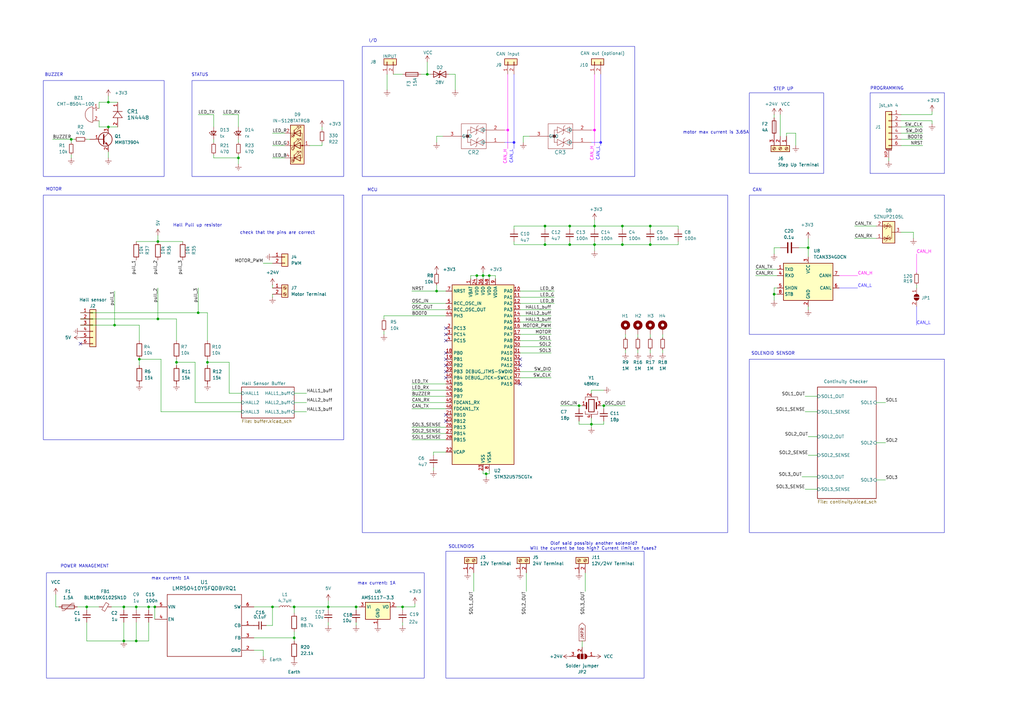
<source format=kicad_sch>
(kicad_sch (version 20231120) (generator "eeschema") (generator_version "8.0")
  (paper "A3")
  (junction (at 266.7 92.71))
  (junction (at 246.38 58.42) (color 47 31 255 1))
  (junction (at 179.07 119.38))
  (junction (at 237.49 166.37))
  (junction (at 55.88 262.89))
  (junction (at 72.39 148.59))
  (junction (at 208.28 53.34) (color 255 25 255 1))
  (junction (at 165.1 248.92))
  (junction (at 210.82 58.42) (color 39 24 255 1))
  (junction (at 243.84 100.33))
  (junction (at 233.68 92.71))
  (junction (at 35.56 248.92))
  (junction (at 44.45 41.91))
  (junction (at 97.79 64.77))
  (junction (at 81.28 128.27))
  (junction (at 120.65 261.62))
  (junction (at 255.27 100.33))
  (junction (at 64.77 99.06))
  (junction (at 266.7 100.33))
  (junction (at 223.52 100.33))
  (junction (at 242.57 173.99))
  (junction (at 120.65 248.92))
  (junction (at 134.62 248.92))
  (junction (at 175.26 30.48))
  (junction (at 223.52 92.71))
  (junction (at 243.84 92.71))
  (junction (at 243.84 53.34) (color 255 3 242 1))
  (junction (at 233.68 100.33))
  (junction (at 195.58 113.03))
  (junction (at 200.66 113.03))
  (junction (at 29.21 57.15))
  (junction (at 55.88 248.92))
  (junction (at 317.5 120.65))
  (junction (at 63.5 248.92))
  (junction (at 146.05 248.92))
  (junction (at 331.47 101.6))
  (junction (at 57.15 147.32))
  (junction (at 60.96 248.92))
  (junction (at 247.65 166.37))
  (junction (at 111.76 248.92))
  (junction (at 44.45 52.07))
  (junction (at 199.39 194.31))
  (junction (at 198.12 113.03))
  (junction (at 46.99 133.35))
  (junction (at 50.8 262.89))
  (junction (at 50.8 248.92))
  (junction (at 64.77 130.81))
  (junction (at 255.27 92.71))
  (junction (at 85.09 148.59))
  (no_connect (at 182.88 139.7))
  (no_connect (at 213.36 157.48))
  (no_connect (at 213.36 149.86))
  (no_connect (at 182.88 152.4))
  (no_connect (at 182.88 137.16))
  (no_connect (at 182.88 149.86))
  (no_connect (at 213.36 147.32))
  (no_connect (at 182.88 170.18))
  (no_connect (at 182.88 134.62))
  (no_connect (at 182.88 154.94))
  (no_connect (at 182.88 147.32))
  (no_connect (at 182.88 144.78))
  (no_connect (at 33.02 140.97))
  (no_connect (at 182.88 172.72))
  (wire (pts (xy 199.39 194.31) (xy 200.66 194.31)))
  (wire (pts (xy 162.56 248.92) (xy 165.1 248.92)))
  (wire (pts (xy 35.56 57.15) (xy 36.83 57.15)))
  (wire (pts (xy 210.82 93.98) (xy 210.82 92.71)))
  (wire (pts (xy 87.63 57.15) (xy 87.63 58.42)))
  (wire (pts (xy 193.04 114.3) (xy 193.04 113.03)))
  (wire (pts (xy 107.95 266.7) (xy 104.14 266.7)))
  (wire (pts (xy 57.15 147.32) (xy 66.04 147.32)))
  (wire (pts (xy 168.91 180.34) (xy 182.88 180.34)))
  (wire (pts (xy 327.66 101.6) (xy 331.47 101.6)))
  (wire (pts (xy 64.77 118.11) (xy 64.77 130.81)))
  (wire (pts (xy 168.91 177.8) (xy 182.88 177.8)))
  (wire (pts (xy 93.98 161.29) (xy 99.06 161.29)))
  (wire (pts (xy 64.77 130.81) (xy 72.39 130.81)))
  (wire (pts (xy 198.12 194.31) (xy 199.39 194.31)))
  (wire (pts (xy 227.33 124.46) (xy 213.36 124.46)))
  (wire (pts (xy 226.06 127) (xy 213.36 127)))
  (wire (pts (xy 213.36 152.4) (xy 226.06 152.4)))
  (wire (pts (xy 382.27 49.53) (xy 382.27 50.8)))
  (wire (pts (xy 246.38 58.42) (xy 246.38 59.69)) (stroke (width 0) (color 47 31 255 1)))
  (wire (pts (xy 165.1 255.27) (xy 165.1 256.54)))
  (wire (pts (xy 157.48 135.89) (xy 157.48 137.16)))
  (wire (pts (xy 256.54 137.16) (xy 256.54 138.43)))
  (wire (pts (xy 104.14 248.92) (xy 111.76 248.92)))
  (wire (pts (xy 40.64 52.07) (xy 40.64 49.53)))
  (wire (pts (xy 194.31 234.95) (xy 194.31 242.57)))
  (wire (pts (xy 74.93 99.06) (xy 64.77 99.06)))
  (wire (pts (xy 72.39 130.81) (xy 72.39 139.7)))
  (wire (pts (xy 322.58 54.61) (xy 326.39 54.61)))
  (wire (pts (xy 168.91 165.1) (xy 182.88 165.1)))
  (wire (pts (xy 87.63 46.99) (xy 81.28 46.99)))
  (wire (pts (xy 193.04 113.03) (xy 195.58 113.03)))
  (wire (pts (xy 46.99 119.38) (xy 46.99 133.35)))
  (wire (pts (xy 213.36 119.38) (xy 227.33 119.38)))
  (wire (pts (xy 44.45 41.91) (xy 48.26 41.91)))
  (polyline (pts (xy 356.87 38.1) (xy 387.35 38.1)))
  (wire (pts (xy 243.84 100.33) (xy 255.27 100.33)))
  (wire (pts (xy 44.45 62.23) (xy 44.45 64.77)))
  (wire (pts (xy 175.26 25.4) (xy 175.26 30.48)))
  (wire (pts (xy 237.49 172.72) (xy 237.49 173.99)))
  (wire (pts (xy 57.15 147.32) (xy 57.15 149.86)))
  (wire (pts (xy 179.07 116.84) (xy 179.07 119.38)))
  (wire (pts (xy 81.28 118.11) (xy 81.28 128.27)))
  (wire (pts (xy 331.47 179.07) (xy 335.28 179.07)))
  (wire (pts (xy 146.05 255.27) (xy 146.05 256.54)))
  (wire (pts (xy 168.91 167.64) (xy 182.88 167.64)))
  (wire (pts (xy 120.65 248.92) (xy 134.62 248.92)))
  (wire (pts (xy 50.8 248.92) (xy 50.8 250.19)))
  (wire (pts (xy 369.57 46.99) (xy 382.27 46.99)))
  (wire (pts (xy 328.93 195.58) (xy 335.28 195.58)))
  (wire (pts (xy 255.27 100.33) (xy 255.27 99.06)))
  (wire (pts (xy 242.57 161.29) (xy 242.57 160.02)))
  (wire (pts (xy 233.68 92.71) (xy 243.84 92.71)))
  (wire (pts (xy 198.12 113.03) (xy 200.66 113.03)))
  (wire (pts (xy 266.7 143.51) (xy 266.7 144.78)))
  (wire (pts (xy 233.68 93.98) (xy 233.68 92.71)))
  (wire (pts (xy 266.7 100.33) (xy 266.7 99.06)))
  (wire (pts (xy 93.98 161.29) (xy 93.98 148.59)))
  (wire (pts (xy 111.76 59.69) (xy 116.84 59.69)))
  (wire (pts (xy 243.84 90.17) (xy 243.84 92.71)))
  (wire (pts (xy 208.28 53.34) (xy 208.28 30.48)) (stroke (width 0) (color 255 3 242 1)))
  (wire (pts (xy 242.57 160.02) (xy 247.65 160.02)))
  (wire (pts (xy 320.04 46.99) (xy 320.04 55.88)))
  (wire (pts (xy 72.39 147.32) (xy 72.39 148.59)))
  (wire (pts (xy 223.52 92.71) (xy 233.68 92.71)))
  (wire (pts (xy 72.39 148.59) (xy 80.01 148.59)))
  (wire (pts (xy 60.96 248.92) (xy 63.5 248.92)))
  (wire (pts (xy 85.09 148.59) (xy 93.98 148.59)))
  (wire (pts (xy 226.06 137.16) (xy 213.36 137.16)))
  (wire (pts (xy 165.1 30.48) (xy 161.29 30.48)))
  (wire (pts (xy 120.65 259.08) (xy 120.65 261.62)))
  (wire (pts (xy 317.5 104.14) (xy 317.5 101.6)))
  (wire (pts (xy 256.54 143.51) (xy 256.54 144.78)))
  (wire (pts (xy 309.88 113.03) (xy 318.77 113.03)))
  (wire (pts (xy 35.56 248.92) (xy 35.56 250.19)))
  (wire (pts (xy 97.79 64.77) (xy 97.79 67.31)))
  (wire (pts (xy 168.91 175.26) (xy 182.88 175.26)))
  (wire (pts (xy 243.84 93.98) (xy 243.84 92.71)))
  (wire (pts (xy 278.13 100.33) (xy 266.7 100.33)))
  (wire (pts (xy 80.01 165.1) (xy 99.06 165.1)))
  (wire (pts (xy 242.57 171.45) (xy 242.57 173.99)))
  (wire (pts (xy 213.36 154.94) (xy 226.06 154.94)))
  (wire (pts (xy 85.09 148.59) (xy 85.09 149.86)))
  (wire (pts (xy 60.96 248.92) (xy 60.96 250.19)))
  (wire (pts (xy 223.52 100.33) (xy 233.68 100.33)))
  (wire (pts (xy 177.8 185.42) (xy 177.8 186.69)))
  (wire (pts (xy 87.63 64.77) (xy 97.79 64.77)))
  (wire (pts (xy 40.64 41.91) (xy 44.45 41.91)))
  (wire (pts (xy 237.49 167.64) (xy 237.49 166.37)))
  (wire (pts (xy 168.91 119.38) (xy 179.07 119.38)))
  (wire (pts (xy 242.57 173.99) (xy 247.65 173.99)))
  (wire (pts (xy 317.5 46.99) (xy 317.5 48.26)))
  (wire (pts (xy 309.88 110.49) (xy 318.77 110.49)))
  (wire (pts (xy 266.7 92.71) (xy 266.7 93.98)))
  (wire (pts (xy 168.91 124.46) (xy 182.88 124.46)))
  (wire (pts (xy 165.1 250.19) (xy 165.1 248.92)))
  (wire (pts (xy 210.82 99.06) (xy 210.82 100.33)))
  (wire (pts (xy 177.8 191.77) (xy 177.8 193.04)))
  (wire (pts (xy 266.7 100.33) (xy 255.27 100.33)))
  (wire (pts (xy 50.8 262.89) (xy 55.88 262.89)))
  (wire (pts (xy 31.75 248.92) (xy 35.56 248.92)))
  (wire (pts (xy 179.07 55.88) (xy 181.61 55.88)))
  (wire (pts (xy 97.79 52.07) (xy 97.79 46.99)))
  (wire (pts (xy 168.91 157.48) (xy 182.88 157.48)))
  (wire (pts (xy 85.09 128.27) (xy 85.09 139.7)))
  (wire (pts (xy 210.82 60.96) (xy 210.82 58.42)) (stroke (width 0) (color 47 31 255 1)))
  (wire (pts (xy 200.66 113.03) (xy 200.66 114.3)))
  (wire (pts (xy 318.77 118.11) (xy 317.5 118.11)))
  (wire (pts (xy 60.96 255.27) (xy 60.96 262.89)))
  (wire (pts (xy 33.02 128.27) (xy 81.28 128.27)))
  (wire (pts (xy 331.47 125.73) (xy 331.47 127)))
  (wire (pts (xy 344.17 113.03) (xy 351.79 113.03)) (stroke (width 0) (color 255 3 242 1)))
  (wire (pts (xy 369.57 95.25) (xy 374.65 95.25)))
  (wire (pts (xy 172.72 30.48) (xy 175.26 30.48)))
  (wire (pts (xy 369.57 57.15) (xy 378.46 57.15)))
  (wire (pts (xy 374.65 95.25) (xy 374.65 97.79)))
  (wire (pts (xy 24.13 248.92) (xy 22.86 248.92)))
  (wire (pts (xy 226.06 134.62) (xy 213.36 134.62)))
  (wire (pts (xy 55.88 255.27) (xy 55.88 262.89)))
  (wire (pts (xy 120.65 168.91) (xy 125.73 168.91)))
  (wire (pts (xy 322.58 54.61) (xy 322.58 55.88)))
  (wire (pts (xy 40.64 44.45) (xy 40.64 41.91)))
  (wire (pts (xy 195.58 113.03) (xy 195.58 114.3)))
  (wire (pts (xy 350.52 97.79) (xy 359.41 97.79)))
  (wire (pts (xy 247.65 166.37) (xy 256.54 166.37)))
  (wire (pts (xy 72.39 148.59) (xy 72.39 149.86)))
  (wire (pts (xy 278.13 99.06) (xy 278.13 100.33)))
  (wire (pts (xy 330.2 200.66) (xy 335.28 200.66)))
  (wire (pts (xy 198.12 113.03) (xy 198.12 114.3)))
  (wire (pts (xy 271.78 143.51) (xy 271.78 144.78)))
  (wire (pts (xy 57.15 133.35) (xy 57.15 139.7)))
  (wire (pts (xy 247.65 167.64) (xy 247.65 166.37)))
  (wire (pts (xy 134.62 255.27) (xy 134.62 256.54)))
  (wire (pts (xy 55.88 248.92) (xy 60.96 248.92)))
  (wire (pts (xy 199.39 194.31) (xy 199.39 195.58)))
  (wire (pts (xy 182.88 185.42) (xy 177.8 185.42)))
  (wire (pts (xy 242.57 173.99) (xy 242.57 175.26)))
  (wire (pts (xy 165.1 248.92) (xy 170.18 248.92)))
  (wire (pts (xy 363.22 181.61) (xy 359.41 181.61)))
  (wire (pts (xy 120.65 161.29) (xy 125.73 161.29)))
  (wire (pts (xy 29.21 57.15) (xy 29.21 58.42)))
  (wire (pts (xy 238.76 265.43) (xy 238.76 262.89)))
  (wire (pts (xy 85.09 147.32) (xy 85.09 148.59)))
  (wire (pts (xy 21.59 57.15) (xy 29.21 57.15)))
  (wire (pts (xy 44.45 39.37) (xy 44.45 41.91)))
  (wire (pts (xy 226.06 144.78) (xy 213.36 144.78)))
  (wire (pts (xy 168.91 162.56) (xy 182.88 162.56)))
  (wire (pts (xy 344.17 118.11) (xy 351.79 118.11)) (stroke (width 0) (color 47 31 255 1)))
  (wire (pts (xy 317.5 101.6) (xy 320.04 101.6)))
  (wire (pts (xy 55.88 262.89) (xy 60.96 262.89)))
  (wire (pts (xy 111.76 116.84) (xy 111.76 118.11)))
  (wire (pts (xy 317.5 118.11) (xy 317.5 120.65)))
  (wire (pts (xy 198.12 193.04) (xy 198.12 194.31)))
  (wire (pts (xy 261.62 143.51) (xy 261.62 144.78)))
  (wire (pts (xy 363.22 165.1) (xy 359.41 165.1)))
  (wire (pts (xy 364.49 64.77) (xy 364.49 66.04)))
  (wire (pts (xy 157.48 129.54) (xy 182.88 129.54)))
  (wire (pts (xy 242.57 53.34) (xy 243.84 53.34)) (stroke (width 0) (color 255 3 242 1)))
  (wire (pts (xy 317.5 120.65) (xy 317.5 123.19)))
  (wire (pts (xy 369.57 49.53) (xy 382.27 49.53)))
  (polyline (pts (xy 387.35 71.12) (xy 356.87 71.12)))
  (wire (pts (xy 227.33 121.92) (xy 213.36 121.92)))
  (wire (pts (xy 214.63 58.42) (xy 214.63 55.88)))
  (wire (pts (xy 64.77 96.52) (xy 64.77 99.06)))
  (wire (pts (xy 255.27 92.71) (xy 266.7 92.71)))
  (wire (pts (xy 195.58 113.03) (xy 198.12 113.03)))
  (wire (pts (xy 35.56 248.92) (xy 40.64 248.92)))
  (wire (pts (xy 158.75 30.48) (xy 158.75 36.83)))
  (wire (pts (xy 210.82 92.71) (xy 223.52 92.71)))
  (wire (pts (xy 120.65 262.89) (xy 120.65 261.62)))
  (wire (pts (xy 229.87 166.37) (xy 237.49 166.37)))
  (wire (pts (xy 111.76 256.54) (xy 111.76 248.92)))
  (wire (pts (xy 242.57 58.42) (xy 246.38 58.42)) (stroke (width 0) (color 47 31 255 1)))
  (wire (pts (xy 157.48 129.54) (xy 157.48 130.81)))
  (wire (pts (xy 207.01 58.42) (xy 210.82 58.42)) (stroke (width 0) (color 47 31 255 1)))
  (wire (pts (xy 48.26 52.07) (xy 44.45 52.07)))
  (wire (pts (xy 134.62 250.19) (xy 134.62 248.92)))
  (wire (pts (xy 119.38 248.92) (xy 120.65 248.92)))
  (wire (pts (xy 233.68 100.33) (xy 243.84 100.33)))
  (wire (pts (xy 132.08 58.42) (xy 132.08 59.69)))
  (wire (pts (xy 266.7 92.71) (xy 278.13 92.71)))
  (wire (pts (xy 50.8 248.92) (xy 55.88 248.92)))
  (wire (pts (xy 243.84 30.48) (xy 243.84 53.34)) (stroke (width 0) (color 255 3 242 1)))
  (wire (pts (xy 243.84 92.71) (xy 255.27 92.71)))
  (wire (pts (xy 278.13 92.71) (xy 278.13 93.98)))
  (wire (pts (xy 237.49 166.37) (xy 238.76 166.37)))
  (wire (pts (xy 331.47 101.6) (xy 331.47 105.41)))
  (wire (pts (xy 246.38 166.37) (xy 247.65 166.37)))
  (wire (pts (xy 29.21 63.5) (xy 29.21 64.77)))
  (wire (pts (xy 64.77 99.06) (xy 55.88 99.06)))
  (polyline (pts (xy 356.87 38.1) (xy 356.87 71.12)))
  (wire (pts (xy 375.92 133.35) (xy 375.92 125.73)) (stroke (width 0) (color 47 31 255 1)))
  (wire (pts (xy 120.65 165.1) (xy 125.73 165.1)))
  (wire (pts (xy 179.07 58.42) (xy 179.07 55.88)))
  (wire (pts (xy 198.12 111.76) (xy 198.12 113.03)))
  (wire (pts (xy 168.91 160.02) (xy 182.88 160.02)))
  (wire (pts (xy 66.04 147.32) (xy 66.04 168.91)))
  (wire (pts (xy 29.21 57.15) (xy 30.48 57.15)))
  (wire (pts (xy 111.76 64.77) (xy 116.84 64.77)))
  (wire (pts (xy 215.9 234.95) (xy 215.9 242.57)))
  (wire (pts (xy 55.88 248.92) (xy 55.88 250.19)))
  (wire (pts (xy 369.57 54.61) (xy 378.46 54.61)))
  (wire (pts (xy 330.2 162.56) (xy 335.28 162.56)))
  (wire (pts (xy 107.95 269.24) (xy 107.95 266.7)))
  (wire (pts (xy 147.32 248.92) (xy 146.05 248.92)))
  (wire (pts (xy 210.82 30.48) (xy 210.82 58.42)) (stroke (width 0) (color 47 31 255 1)))
  (wire (pts (xy 247.65 173.99) (xy 247.65 172.72)))
  (wire (pts (xy 243.84 100.33) (xy 243.84 99.06)))
  (wire (pts (xy 81.28 128.27) (xy 85.09 128.27)))
  (wire (pts (xy 330.2 168.91) (xy 335.28 168.91)))
  (wire (pts (xy 179.07 119.38) (xy 182.88 119.38)))
  (wire (pts (xy 369.57 52.07) (xy 378.46 52.07)))
  (wire (pts (xy 369.57 59.69) (xy 378.46 59.69)))
  (wire (pts (xy 246.38 30.48) (xy 246.38 58.42)) (stroke (width 0) (color 47 31 255 1)))
  (wire (pts (xy 208.28 60.96) (xy 208.28 53.34)) (stroke (width 0) (color 255 3 242 1)))
  (wire (pts (xy 326.39 54.61) (xy 326.39 59.69)))
  (wire (pts (xy 255.27 92.71) (xy 255.27 93.98)))
  (wire (pts (xy 97.79 46.99) (xy 91.44 46.99)))
  (wire (pts (xy 63.5 254) (xy 63.5 248.92)))
  (wire (pts (xy 134.62 248.92) (xy 146.05 248.92)))
  (wire (pts (xy 170.18 248.92) (xy 170.18 247.65)))
  (wire (pts (xy 186.69 30.48) (xy 184.15 30.48)))
  (wire (pts (xy 223.52 92.71) (xy 223.52 93.98)))
  (wire (pts (xy 271.78 137.16) (xy 271.78 138.43)))
  (wire (pts (xy 266.7 137.16) (xy 266.7 138.43)))
  (wire (pts (xy 200.66 193.04) (xy 200.66 194.31)))
  (wire (pts (xy 33.02 133.35) (xy 46.99 133.35)))
  (wire (pts (xy 214.63 55.88) (xy 217.17 55.88)))
  (wire (pts (xy 331.47 97.79) (xy 331.47 101.6)))
  (wire (pts (xy 40.64 52.07) (xy 44.45 52.07)))
  (wire (pts (xy 134.62 246.38) (xy 134.62 248.92)))
  (wire (pts (xy 33.02 130.81) (xy 64.77 130.81)))
  (wire (pts (xy 66.04 168.91) (xy 99.06 168.91)))
  (wire (pts (xy 168.91 127) (xy 182.88 127)))
  (wire (pts (xy 46.99 133.35) (xy 57.15 133.35)))
  (wire (pts (xy 243.84 100.33) (xy 243.84 102.87)))
  (wire (pts (xy 35.56 262.89) (xy 50.8 262.89)))
  (polyline (pts (xy 387.35 38.1) (xy 387.35 71.12)))
  (wire (pts (xy 207.01 53.34) (xy 208.28 53.34)) (stroke (width 0) (color 255 3 242 1)))
  (wire (pts (xy 375.92 116.84) (xy 375.92 118.11)))
  (wire (pts (xy 97.79 64.77) (xy 97.79 63.5)))
  (wire (pts (xy 104.14 261.62) (xy 120.65 261.62)))
  (wire (pts (xy 243.84 53.34) (xy 243.84 59.69)) (stroke (width 0) (color 255 3 242 1)))
  (wire (pts (xy 109.22 256.54) (xy 111.76 256.54)))
  (wire (pts (xy 87.63 63.5) (xy 87.63 64.77)))
  (wire (pts (xy 226.06 139.7) (xy 213.36 139.7)))
  (wire (pts (xy 87.63 52.07) (xy 87.63 46.99)))
  (wire (pts (xy 186.69 36.83) (xy 186.69 30.48)))
  (wire (pts (xy 223.52 99.06) (xy 223.52 100.33)))
  (wire (pts (xy 233.68 100.33) (xy 233.68 99.06)))
  (wire (pts (xy 226.06 129.54) (xy 213.36 129.54)))
  (wire (pts (xy 80.01 148.59) (xy 80.01 165.1)))
  (wire (pts (xy 203.2 113.03) (xy 203.2 114.3)))
  (wire (pts (xy 317.5 120.65) (xy 318.77 120.65)))
  (wire (pts (xy 22.86 248.92) (xy 22.86 243.84)))
  (wire (pts (xy 200.66 113.03) (xy 203.2 113.03)))
  (wire (pts (xy 45.72 248.92) (xy 50.8 248.92)))
  (wire (pts (xy 127 59.69) (xy 132.08 59.69)))
  (wire (pts (xy 50.8 255.27) (xy 50.8 262.89)))
  (wire (pts (xy 363.22 196.85) (xy 359.41 196.85)))
  (wire (pts (xy 35.56 255.27) (xy 35.56 262.89)))
  (wire (pts (xy 331.47 186.69) (xy 335.28 186.69)))
  (wire (pts (xy 132.08 52.07) (xy 132.08 53.34)))
  (wire (pts (xy 226.06 142.24) (xy 213.36 142.24)))
  (wire (pts (xy 97.79 57.15) (xy 97.79 58.42)))
  (wire (pts (xy 237.49 173.99) (xy 242.57 173.99)))
  (wire (pts (xy 226.06 132.08) (xy 213.36 132.08)))
  (wire (pts (xy 382.27 45.72) (xy 382.27 46.99)))
  (wire (pts (xy 210.82 100.33) (xy 223.52 100.33)))
  (wire (pts (xy 175.26 30.48) (xy 176.53 30.48)))
  (wire (pts (xy 146.05 250.19) (xy 146.05 248.92)))
  (wire (pts (xy 107.95 107.95) (xy 111.76 107.95)))
  (wire (pts (xy 111.76 54.61) (xy 116.84 54.61)))
  (wire (pts (xy 261.62 137.16) (xy 261.62 138.43)))
  (wire (pts (xy 350.52 92.71) (xy 359.41 92.71)))
  (wire (pts (xy 111.76 121.92) (xy 111.76 120.65)))
  (wire (pts (xy 375.92 111.76) (xy 375.92 104.14)) (stroke (width 0) (color 255 3 242 1)))
  (wire (pts (xy 120.65 251.46) (xy 120.65 248.92)))
  (wire (pts (xy 240.03 234.95) (xy 240.03 242.57)))
  (wire (pts (xy 111.76 248.92) (xy 114.3 248.92)))
  (rectangle (start 19.05 234.95) (end 173.99 278.13))
  (rectangle (start 307.34 147.32) (end 387.35 218.44))
  (rectangle (start 17.78 33.02) (end 67.31 72.39))
  (rectangle (start 148.59 19.05) (end 260.35 72.39))
  (rectangle (start 182.88 226.06) (end 264.16 278.13))
  (rectangle (start 307.34 80.01) (end 387.35 137.16))
  (rectangle (start 78.74 33.02) (end 140.97 72.39))
  (rectangle (start 307.34 38.1) (end 337.82 71.12))
  (rectangle (start 17.78 80.01) (end 140.97 180.34))
  (rectangle (start 148.59 80.01) (end 298.45 218.44))
  (text "SOLENOIDS" (at 189.23 224.282 0) (effects (font (size 1.27 1.27))))
  (text "BUZZER" (at 18.288 31.496 0) (effects (font (size 1.27 1.27)) (justify left bottom)))
  (text "I/O" (at 152.908 16.764 0) (effects (font (size 1.27 1.27))))
  (text "Olof said possibly another solenoid?" (at 243.586 223.012 0) (effects (font (size 1.27 1.27))))
  (text "Will the current be too high? Current limit on fuses?" (at 243.332 225.044 0) (effects (font (size 1.27 1.27))))
  (text "check that the pins are correct" (at 113.792 95.504 0) (effects (font (size 1.27 1.27))))
  (text "max current: 1A" (at 154.432 239.268 0) (effects (font (size 1.27 1.27))))
  (text "STEP UP" (at 321.31 36.576 0) (effects (font (size 1.27 1.27))))
  (text "SOLENOID SENSOR" (at 308.102 145.796 0) (effects (font (size 1.27 1.27)) (justify left bottom)))
  (text "PROGRAMMING" (at 356.87 37.084 0) (effects (font (size 1.27 1.27)) (justify left bottom)))
  (text "max current: 1A" (at 69.85 237.236 0) (effects (font (size 1.27 1.27))))
  (text "CAN" (at 308.61 78.74 0) (effects (font (size 1.27 1.27)) (justify left bottom)))
  (text "POWER MANAGEMENT" (at 24.765 233.045 0) (effects (font (size 1.27 1.27)) (justify left bottom)))
  (text "motor max current is 3.65A" (at 293.624 54.356 0) (effects (font (size 1.27 1.27))))
  (text "MOTOR" (at 22.098 77.724 0) (effects (font (size 1.27 1.27))))
  (text "Hall Pull up resistor" (at 81.026 92.456 0) (effects (font (size 1.27 1.27))))
  (text "MCU" (at 150.622 78.74 0) (effects (font (size 1.27 1.27)) (justify left bottom)))
  (text "STATUS" (at 78.486 31.496 0) (effects (font (size 1.27 1.27)) (justify left bottom)))
  (label "LED_TX" (at 81.28 46.99 0))
  (label "SW_CLK" (at 378.46 52.07 180))
  (label "HALL3_buff" (at 226.06 132.08 180))
  (label "SW_DIO" (at 226.06 152.4 180))
  (label "OSC_IN" (at 229.87 166.37 0))
  (label "pull_1" (at 46.99 119.38 270))
  (label "SOL3" (at 226.06 144.78 180))
  (label "SOL3_OUT" (at 240.03 242.57 270))
  (label "CAN_TX" (at 168.91 167.64 0))
  (label "CAN_RX" (at 168.91 165.1 0))
  (label "SOL3_OUT" (at 328.93 195.58 180))
  (label "CAN_L" (at 210.82 60.96 270))
  (label "SW_CLK" (at 226.06 154.94 180))
  (label "pull_2" (at 64.77 106.68 270))
  (label "MOTOR" (at 226.06 137.16 180))
  (label "LED_TX" (at 168.91 157.48 0))
  (label "BOOT0" (at 378.46 57.15 180))
  (label "SOL2" (at 363.22 181.61 0))
  (label "SOL3_SENSE" (at 168.91 175.26 0))
  (label "HALL2_buff" (at 125.73 165.1 0))
  (label "CAN_H" (at 208.28 60.96 270))
  (label "CAN_TX" (at 350.52 92.71 0))
  (label "SOL3" (at 363.22 196.85 0))
  (label "BUZZER" (at 21.59 57.15 0))
  (label "NRST" (at 378.46 59.69 180))
  (label "CAN_RX" (at 309.88 113.03 0))
  (label "LED_G" (at 111.76 59.69 0))
  (label "SOL2_SENSE" (at 331.47 186.69 180))
  (label "OSC_OUT" (at 168.91 127 0))
  (label "pull_3" (at 74.93 106.68 270))
  (label "MOTOR_PWM" (at 107.95 107.95 180))
  (label "LED_B" (at 227.33 124.46 180))
  (label "pull_3" (at 81.28 118.11 270))
  (label "LED_RX" (at 168.91 160.02 0))
  (label "CAN_H" (at 243.84 59.69 270))
  (label "SOL1_SENSE" (at 330.2 168.91 180))
  (label "SOL2_OUT" (at 331.47 179.07 180))
  (label "pull_1" (at 55.88 106.68 270))
  (label "CAN_TX" (at 309.88 110.49 0))
  (label "OSC_IN" (at 168.91 124.46 0))
  (label "SOL1" (at 226.06 139.7 180))
  (label "pull_2" (at 64.77 118.11 270))
  (label "BUZZER" (at 168.91 162.56 0))
  (label "LED_R" (at 227.33 119.38 180))
  (label "MOTOR_PWM" (at 226.06 134.62 180))
  (label "SOL2_OUT" (at 215.9 242.57 270))
  (label "SOL2_SENSE" (at 168.91 177.8 0))
  (label "LED_B" (at 111.76 64.77 0))
  (label "LED_R" (at 111.76 54.61 0))
  (label "HALL1_buff" (at 125.73 161.29 0))
  (label "SOL1" (at 363.22 165.1 0))
  (label "LED_RX" (at 91.44 46.99 0))
  (label "BOOT0" (at 168.91 129.54 0))
  (label "CAN_H" (at 351.79 113.03 0))
  (label "CAN_L" (at 246.38 59.69 270))
  (label "HALL1_buff" (at 226.06 127 180))
  (label "HALL2_buff" (at 226.06 129.54 180))
  (label "SOL1_OUT" (at 194.31 242.57 270))
  (label "SOL1_SENSE" (at 168.91 180.34 0))
  (label "NRST" (at 168.91 119.38 0))
  (label "SW_DIO" (at 378.46 54.61 180))
  (label "CAN_RX" (at 350.52 97.79 0))
  (label "LED_G" (at 227.33 121.92 180))
  (label "SOL1_OUT" (at 330.2 162.56 180))
  (label "CAN_H" (at 375.92 104.14 0))
  (label "SOL3_SENSE" (at 330.2 200.66 180))
  (label "CAN_L" (at 375.92 133.35 0))
  (label "SOL2" (at 226.06 142.24 180))
  (label "HALL3_buff" (at 125.73 168.91 0))
  (label "CAN_L" (at 351.79 118.11 0))
  (label "OSC_OUT" (at 256.54 166.37 180))
  (global_label "JMPR" (shape output) (at 238.76 262.89 90) (property "Intersheetrefs" "${INTERSHEET_REFS}" (effects (hide yes))))
  (symbol (lib_id "Device:Fuse") (at 168.91 30.48 90) (unit 1)
    (property "Reference" "F3" (at 167.64 35.56 0) (effects (justify left)))
    (property "Value" "15A" (at 170.18 35.56 0) (effects (justify left)))
    (property "Footprint" "Fuse:Fuse_1812_4532Metric_Pad1.30x3.40mm_HandSolder" (effects (hide yes)))
    (property "Description" "Fuse" (effects (hide yes)))
  )
  (symbol (lib_id "Device:R") (at 55.88 102.87 0) (unit 1)
    (property "Reference" "R37" (at 60.452 102.616 90))
    (property "Value" "10k" (at 57.912 102.616 90))
    (property "Footprint" "Resistor_SMD:R_0603_1608Metric_Pad0.98x0.95mm_HandSolder" (effects (hide yes)))
    (property "Description" "Resistor" (effects (hide yes)))
  )
  (symbol (lib_id "power:Earth") (at 111.76 121.92 0) (unit 1)
    (property "Reference" "#PWR029" (effects (hide yes)))
    (property "Value" "Earth" (effects (hide yes)))
  )
  (symbol (lib_id "Device:R_Small") (at 132.08 55.88 180) (unit 1)
    (property "Reference" "R22" (at 138.684 58.166 0) (effects (justify left)))
    (property "Value" "330" (at 138.684 55.626 0) (effects (justify left)))
    (property "Footprint" "Resistor_SMD:R_0603_1608Metric_Pad0.98x0.95mm_HandSolder" (effects (hide yes)))
  )
  (symbol (lib_name "Earth_8") (lib_id "power:Earth") (at 44.45 64.77 0) (unit 1)
    (property "Reference" "#PWR06" (effects (hide yes)))
    (property "Value" "Earth" (effects (hide yes)))
  )
  (symbol (lib_id "Device:C_Small") (at 165.1 252.73 0) (unit 1)
    (property "Reference" "C19" (at 167.894 251.968 0) (effects (justify left)))
    (property "Value" "22u" (at 167.64 255.016 0) (effects (justify left)))
    (property "Footprint" "Capacitor_SMD:C_0603_1608Metric_Pad1.08x0.95mm_HandSolder" (effects (hide yes)))
  )
  (symbol (lib_id "Mechanical:MountingHole_Pad") (at 256.54 134.62 0) (unit 1)
    (property "Reference" "H1" (at 255.016 129.54 0) (effects (justify left)))
    (property "Value" "MountingHole_Pad" (effects (hide yes)))
    (property "Footprint" "MountingHole:MountingHole_3.2mm_M3_Pad_Via" (effects (hide yes)))
  )
  (symbol (lib_id "Device:R_Small") (at 29.21 60.96 180) (unit 1)
    (property "Reference" "R1" (at 24.13 59.69 0) (effects (justify right)))
    (property "Value" "10k" (at 24.13 62.23 0) (effects (justify right)))
    (property "Footprint" "Resistor_SMD:R_0603_1608Metric_Pad0.98x0.95mm_HandSolder" (effects (hide yes)))
  )
  (symbol (lib_id "Device:LED_Small") (at 97.79 54.61 90) (unit 1)
    (property "Reference" "D14" (at 100.33 53.2765 90) (effects (justify right)))
    (property "Value" "rx" (at 100.33 55.8165 90) (effects (justify right)))
    (property "Footprint" "LED_SMD:LED_0603_1608Metric_Pad1.05x0.95mm_HandSolder" (effects (hide yes)))
  )
  (symbol (lib_name "Earth_48") (lib_id "power:Earth") (at 165.1 256.54 0) (unit 1)
    (property "Reference" "#PWR020" (effects (hide yes)))
    (property "Value" "Earth" (effects (hide yes)))
  )
  (symbol (lib_name "Earth_7") (lib_id "power:Earth") (at 199.39 195.58 0) (unit 1)
    (property "Reference" "#PWR055" (effects (hide yes)))
    (property "Value" "Earth" (effects (hide yes)))
  )
  (symbol (lib_id "power:Earth") (at 111.76 105.41 270) (unit 1)
    (property "Reference" "#PWR019" (effects (hide yes)))
    (property "Value" "Earth" (effects (hide yes)))
  )
  (symbol (lib_id "power:+12V") (at 243.84 269.24 270) (unit 1)
    (property "Reference" "#PWR037" (effects (hide yes)))
    (property "Value" "VCC" (at 247.65 269.2399 90) (effects (justify left)))
    (property "Description" "Power symbol creates a global label with name \"+12V\"" (effects (hide yes)))
  )
  (symbol (lib_name "Earth_15") (lib_id "power:Earth") (at 243.84 102.87 0) (unit 1)
    (property "Reference" "#PWR041" (effects (hide yes)))
    (property "Value" "Earth" (effects (hide yes)))
  )
  (symbol (lib_name "Earth_11") (lib_id "power:Earth") (at 237.49 234.95 0) (unit 1)
    (property "Reference" "#PWR036" (effects (hide yes)))
    (property "Value" "Earth" (effects (hide yes)))
  )
  (symbol (lib_name "Earth_50") (lib_id "power:Earth") (at 317.5 123.19 0) (unit 1)
    (property "Reference" "#PWR070" (effects (hide yes)))
    (property "Value" "Earth" (effects (hide yes)))
  )
  (symbol (lib_id "Device:R_Small") (at 256.54 140.97 180) (unit 1)
    (property "Reference" "R9" (at 256.54 148.59 0))
    (property "Value" "1M" (at 256.54 151.13 0))
    (property "Footprint" "Resistor_SMD:R_0603_1608Metric_Pad0.98x0.95mm_HandSolder" (effects (hide yes)))
  )
  (symbol (lib_name "Earth_34") (lib_id "power:Earth") (at 179.07 58.42 0) (unit 1)
    (property "Reference" "#PWR016" (effects (hide yes)))
    (property "Value" "Earth" (effects (hide yes)))
  )
  (symbol (lib_id "Device:Polyfuse") (at 27.94 248.92 90) (unit 1)
    (property "Reference" "F1" (at 27.94 242.57 90))
    (property "Value" "1.5A" (at 27.94 245.11 90))
    (property "Footprint" "Fuse:Fuse_1812_4532Metric_Pad1.30x3.40mm_HandSolder" (effects (hide yes)))
    (property "Description" "Resettable fuse, polymeric positive temperature coefficient" (effects (hide yes)))
  )
  (symbol (lib_id "Connector_Generic:Conn_01x02") (at 208.28 25.4 90) (unit 1)
    (property "Reference" "J9" (at 205.74 26.6701 90) (effects (justify left)))
    (property "Value" "CAN input" (at 213.106 22.098 90) (effects (justify left)))
    (property "Footprint" "Connector_JST:JST_XH_B2B-XH-AM_1x02_P2.50mm_Vertical" (effects (hide yes)))
    (property "Description" "Generic connector, single row, 01x02, script generated (kicad-library-utils/schlib/autogen/connector/)" (effects (hide yes)))
  )
  (symbol (lib_name "Earth_24") (lib_id "power:Earth") (at 177.8 193.04 0) (unit 1)
    (property "Reference" "#PWR028" (effects (hide yes)))
    (property "Value" "Earth" (effects (hide yes)))
  )
  (symbol (lib_name "Earth_34") (lib_id "power:Earth") (at 158.75 36.83 0) (unit 1)
    (property "Reference" "#PWR024" (effects (hide yes)))
    (property "Value" "Earth" (effects (hide yes)))
  )
  (symbol (lib_name "VCC_1") (lib_id "power:VCC") (at 111.76 116.84 0) (unit 1)
    (property "Reference" "#PWR031" (effects (hide yes)))
    (property "Value" "+24V" (at 111.76 111.76 0))
    (property "Description" "Power symbol creates a global label with name \"VCC\"" (effects (hide yes)))
  )
  (symbol (lib_name "Earth_11") (lib_id "power:Earth") (at 191.77 234.95 0) (unit 1)
    (property "Reference" "#PWR032" (effects (hide yes)))
    (property "Value" "Earth" (effects (hide yes)))
  )
  (symbol (lib_id "Device:R_Small") (at 375.92 114.3 0) (unit 1)
    (property "Reference" "R19" (at 372.364 115.316 0))
    (property "Value" "120" (at 372.364 113.284 0))
    (property "Footprint" "Resistor_SMD:R_0603_1608Metric_Pad0.98x0.95mm_HandSolder" (effects (hide yes)))
  )
  (symbol (lib_id "1N4448:1N4448") (at 48.26 52.07 90) (unit 1)
    (property "Reference" "CR1" (at 52.07 45.7199 90) (effects (font (size 1.524 1.524)) (justify right)))
    (property "Value" "1N4448" (at 52.07 48.2599 90) (effects (font (size 1.524 1.524)) (justify right)))
    (property "Footprint" "1N4448:SOD27_NEX" (effects (hide yes)))
    (property "Datasheet" "1N4448" (effects (hide yes)))
  )
  (symbol (lib_id "Power_Protection:SZNUP2105L") (at 364.49 95.25 90) (unit 1)
    (property "Reference" "D8" (at 364.49 86.36 90))
    (property "Value" "SZNUP2105L" (at 364.49 88.9 90))
    (property "Footprint" "Package_TO_SOT_SMD:SOT-23" (effects (hide yes)))
    (property "Datasheet" "http://www.onsemi.com/pub_link/Collateral/NUP2105L-D.PDF" (effects (hide yes)))
  )
  (symbol (lib_name "VCC_1") (lib_id "power:VCC") (at 317.5 46.99 0) (unit 1)
    (property "Reference" "#PWR03" (effects (hide yes)))
    (property "Value" "+24V" (at 313.69 42.672 0) (effects (justify left)))
    (property "Description" "Power symbol creates a global label with name \"VCC\"" (effects (hide yes)))
  )
  (symbol (lib_id "Device:R") (at 57.15 143.51 0) (unit 1)
    (property "Reference" "R4" (at 58.928 142.24 0) (effects (justify left)))
    (property "Value" "10k" (at 58.928 144.78 0) (effects (justify left)))
    (property "Footprint" "Resistor_SMD:R_0201_0603Metric_Pad0.64x0.40mm_HandSolder" (effects (hide yes)))
    (property "Description" "Resistor" (effects (hide yes)))
  )
  (symbol (lib_name "Earth_25") (lib_id "power:Earth") (at 157.48 137.16 0) (unit 1)
    (property "Reference" "#PWR027" (effects (hide yes)))
    (property "Value" "Earth" (effects (hide yes)))
  )
  (symbol (lib_id "Device:LED_ARGB") (at 121.92 59.69 0) (unit 1)
    (property "Reference" "D9" (at 120.65 46.99 0) (effects (justify left)))
    (property "Value" "IN-S128TATRGB" (at 111.76 49.53 0) (effects (justify left)))
    (property "Footprint" "LED_SMD:LED_RGB_1210" (effects (hide yes)))
  )
  (symbol (lib_name "Earth_31") (lib_id "power:Earth") (at 97.79 67.31 0) (unit 1)
    (property "Reference" "#PWR077" (effects (hide yes)))
    (property "Value" "Earth" (effects (hide yes)))
  )
  (symbol (lib_name "+3V3_5") (lib_id "power:+3V3") (at 198.12 111.76 0) (unit 1)
    (property "Reference" "#PWR052" (effects (hide yes)))
    (property "Value" "+3V3" (at 200.66 110.4899 0) (effects (justify left)))
  )
  (symbol (lib_id "Device:R_Small") (at 97.79 60.96 0) (unit 1)
    (property "Reference" "R23" (at 100.33 59.69 0) (effects (justify left)))
    (property "Value" "470" (at 100.33 62.23 0) (effects (justify left)))
    (property "Footprint" "Resistor_SMD:R_0603_1608Metric_Pad0.98x0.95mm_HandSolder" (effects (hide yes)))
  )
  (symbol (lib_name "Earth_47") (lib_id "power:Earth") (at 85.09 157.48 0) (unit 1)
    (property "Reference" "#PWR054" (effects (hide yes)))
    (property "Value" "Earth" (effects (hide yes)))
  )
  (symbol (lib_id "Device:C_Small") (at 237.49 170.18 0) (unit 1)
    (property "Reference" "C7" (at 229.87 168.91 0) (effects (justify left)))
    (property "Value" "18p" (at 229.87 171.45 0) (effects (justify left)))
    (property "Footprint" "Capacitor_SMD:C_0603_1608Metric_Pad1.08x0.95mm_HandSolder" (effects (hide yes)))
  )
  (symbol (lib_name "Earth_47") (lib_id "power:Earth") (at 72.39 157.48 0) (unit 1)
    (property "Reference" "#PWR023" (effects (hide yes)))
    (property "Value" "Earth" (effects (hide yes)))
  )
  (symbol (lib_id "Device:R") (at 72.39 143.51 0) (unit 1)
    (property "Reference" "R7" (at 74.168 142.24 0) (effects (justify left)))
    (property "Value" "10k" (at 74.168 144.78 0) (effects (justify left)))
    (property "Footprint" "Resistor_SMD:R_0201_0603Metric_Pad0.64x0.40mm_HandSolder" (effects (hide yes)))
    (property "Description" "Resistor" (effects (hide yes)))
  )
  (symbol (lib_id "Device:C_Small") (at 106.68 256.54 90) (unit 1)
    (property "Reference" "C16" (at 106.68 251.206 90))
    (property "Value" "0.1uF" (at 106.68 252.984 90))
    (property "Footprint" "Capacitor_SMD:C_0603_1608Metric_Pad1.08x0.95mm_HandSolder" (effects (hide yes)))
  )
  (symbol (lib_id "Connector_Generic:Conn_01x02") (at 243.84 25.4 90) (unit 1)
    (property "Reference" "J10" (at 241.3 26.6701 90) (effects (justify left)))
    (property "Value" "CAN out (optional)" (at 256.286 21.844 90) (effects (justify left)))
    (property "Footprint" "Connector_JST:JST_XH_B2B-XH-AM_1x02_P2.50mm_Vertical" (effects (hide yes)))
    (property "Description" "Generic connector, single row, 01x02, script generated (kicad-library-utils/schlib/autogen/connector/)" (effects (hide yes)))
  )
  (symbol (lib_id "Device:LED_Small") (at 87.63 54.61 90) (unit 1)
    (property "Reference" "D13" (at 90.17 53.2765 90) (effects (justify right)))
    (property "Value" "tx" (at 90.17 55.8165 90) (effects (justify right)))
    (property "Footprint" "LED_SMD:LED_0603_1608Metric_Pad1.05x0.95mm_HandSolder" (effects (hide yes)))
  )
  (symbol (lib_id "Device:C_Small") (at 50.8 252.73 0) (mirror x) (unit 1)
    (property "Reference" "C2" (at 48.26 251.4536 0) (effects (justify right)))
    (property "Value" "1u" (at 48.26 253.9936 0) (effects (justify right)))
    (property "Footprint" "Capacitor_SMD:C_0603_1608Metric_Pad1.08x0.95mm_HandSolder" (effects (hide yes)))
  )
  (symbol (lib_id "Connector:Screw_Terminal_01x02") (at 191.77 229.87 90) (unit 1)
    (property "Reference" "J3" (at 196.85 228.5999 90) (effects (justify right)))
    (property "Value" "12V Terminal" (at 196.85 231.1399 90) (effects (justify right)))
    (property "Footprint" "TerminalBlock_Phoenix:TerminalBlock_Phoenix_MKDS-1,5-2-5.08_1x02_P5.08mm_Horizontal" (effects (hide yes)))
    (property "Description" "Generic screw terminal, single row, 01x02, script generated (kicad-library-utils/schlib/autogen/connector/)" (effects (hide yes)))
  )
  (symbol (lib_id "Device:Buzzer") (at 38.1 46.99 0) (mirror y) (unit 1)
    (property "Reference" "BZ1" (at 32.258 40.132 0))
    (property "Value" "CMT-8504-100" (at 30.988 42.672 0))
    (property "Footprint" "Buzzer_Beeper:MagneticBuzzer_CUI_CMT-8504-100-SMT" (effects (hide yes)))
    (property "Datasheet" "https://www.cuidevices.com/product/resource/cmt-8504-100-smt-tr.pdf" (effects (hide yes)))
  )
  (symbol (lib_name "Earth_48") (lib_id "power:Earth") (at 134.62 256.54 0) (unit 1)
    (property "Reference" "#PWR011" (effects (hide yes)))
    (property "Value" "Earth" (effects (hide yes)))
  )
  (symbol (lib_id "Device:Crystal_GND24") (at 242.57 166.37 0) (unit 1)
    (property "Reference" "Y1" (at 242.57 154.94 0))
    (property "Value" "48MHz" (at 242.57 157.48 0))
    (property "Footprint" "Crystal:Crystal_SMD_0603-4Pin_6.0x3.5mm_HandSoldering" (effects (hide yes)))
    (property "mfn" "CX2016SA48000H0FLJG1" (effects (hide yes)))
  )
  (symbol (lib_id "Device:R") (at 64.77 102.87 0) (unit 1)
    (property "Reference" "R36" (at 69.342 102.616 90))
    (property "Value" "10k" (at 66.802 102.616 90))
    (property "Footprint" "Resistor_SMD:R_0603_1608Metric_Pad0.98x0.95mm_HandSolder" (effects (hide yes)))
    (property "Description" "Resistor" (effects (hide yes)))
  )
  (symbol (lib_id "Jumper:SolderJumper_2_Open") (at 375.92 121.92 270) (unit 1)
    (property "Reference" "JP1" (at 379.73 122.174 90))
    (property "Value" "SolderJumper_2_Open" (effects (hide yes)))
    (property "Footprint" "Jumper:SolderJumper-2_P1.3mm_Open_TrianglePad1.0x1.5mm" (effects (hide yes)))
  )
  (symbol (lib_id "Device:C_Small") (at 255.27 96.52 0) (unit 1)
    (property "Reference" "C4" (at 257.81 95.2562 0) (effects (justify left)))
    (property "Value" "100n" (at 257.81 97.7962 0) (effects (justify left)))
    (property "Footprint" "Capacitor_SMD:C_0603_1608Metric_Pad1.08x0.95mm_HandSolder" (effects (hide yes)))
  )
  (symbol (lib_id "Device:C_Small") (at 146.05 252.73 0) (unit 1)
    (property "Reference" "C18" (at 140.716 252.222 0) (effects (justify left)))
    (property "Value" "10u" (at 140.462 254.508 0) (effects (justify left)))
    (property "Footprint" "Capacitor_SMD:C_0603_1608Metric_Pad1.08x0.95mm_HandSolder" (effects (hide yes)))
  )
  (symbol (lib_id "MCU_ST_STM32U5:STM32U575CGTx") (at 198.12 154.94 0) (unit 1)
    (property "Reference" "U2" (at 202.6159 193.04 0) (effects (justify left)))
    (property "Value" "STM32U575CGTx" (at 202.6159 195.58 0) (effects (justify left)))
    (property "Footprint" "Package_QFP:LQFP-48_7x7mm_P0.5mm" (effects (hide yes)))
    (property "Datasheet" "https://www.st.com/resource/en/datasheet/stm32u575cg.pdf" (effects (hide yes)))
    (pin "10" (alternate "PA0"))
    (pin "11" (alternate "PA1"))
    (pin "12" (alternate "PA2"))
    (pin "14" (alternate "PA4"))
    (pin "15" (alternate "PA5"))
    (pin "16" (alternate "PA6"))
    (pin "17" (alternate "PA7"))
    (pin "18" (alternate "PB0"))
    (pin "19" (alternate "PB1"))
    (pin "25" (alternate "PB12"))
    (pin "26" (alternate "PB13"))
    (pin "27" (alternate "PB14"))
    (pin "28" (alternate "PB15"))
    (pin "29" (alternate "PA8"))
    (pin "30" (alternate "PA9"))
    (pin "31" (alternate "PA10"))
    (pin "32" (alternate "PA11"))
    (pin "33" (alternate "PA12"))
    (pin "34" (alternate "DEBUG_JTMS-SWDIO"))
    (pin "37" (alternate "DEBUG_JTCK-SWCLK"))
    (pin "45" (alternate "FDCAN1_RX"))
    (pin "46" (alternate "FDCAN1_TX"))
    (pin "5" (alternate "RCC_OSC_IN"))
    (pin "6" (alternate "RCC_OSC_OUT"))
  )
  (symbol (lib_name "Earth_36") (lib_id "power:Earth") (at 261.62 144.78 0) (unit 1)
    (property "Reference" "#PWR062" (effects (hide yes)))
    (property "Value" "Earth" (effects (hide yes)))
  )
  (symbol (lib_id "Device:R_Small") (at 179.07 114.3 0) (mirror x) (unit 1)
    (property "Reference" "R8" (at 177.8 113.03 0) (effects (justify right)))
    (property "Value" "10k" (at 177.8 115.57 0) (effects (justify right)))
    (property "Footprint" "Resistor_SMD:R_0603_1608Metric_Pad0.98x0.95mm_HandSolder" (effects (hide yes)))
  )
  (symbol (lib_id "Device:R_Small") (at 261.62 140.97 180) (unit 1)
    (property "Reference" "R16" (at 261.62 148.59 0))
    (property "Value" "1M" (at 261.62 151.13 0))
    (property "Footprint" "Resistor_SMD:R_0603_1608Metric_Pad0.98x0.95mm_HandSolder" (effects (hide yes)))
  )
  (symbol (lib_id "Device:R") (at 57.15 153.67 0) (unit 1)
    (property "Reference" "R6" (at 59.182 152.4 0) (effects (justify left)))
    (property "Value" "15k" (at 59.182 154.94 0) (effects (justify left)))
    (property "Footprint" "Resistor_SMD:R_0201_0603Metric_Pad0.64x0.40mm_HandSolder" (effects (hide yes)))
    (property "Description" "Resistor" (effects (hide yes)))
  )
  (symbol (lib_name "Earth_36") (lib_id "power:Earth") (at 266.7 144.78 0) (unit 1)
    (property "Reference" "#PWR064" (effects (hide yes)))
    (property "Value" "Earth" (effects (hide yes)))
  )
  (symbol (lib_id "Connector:Screw_Terminal_01x02") (at 213.36 229.87 90) (unit 1)
    (property "Reference" "J5" (at 218.44 228.5999 90) (effects (justify right)))
    (property "Value" "24V Terminal" (at 218.44 231.1399 90) (effects (justify right)))
    (property "Footprint" "TerminalBlock_Phoenix:TerminalBlock_Phoenix_MKDS-1,5-2-5.08_1x02_P5.08mm_Horizontal" (effects (hide yes)))
    (property "Description" "Generic screw terminal, single row, 01x02, script generated (kicad-library-utils/schlib/autogen/connector/)" (effects (hide yes)))
  )
  (symbol (lib_id "Device:C_Small") (at 233.68 96.52 0) (unit 1)
    (property "Reference" "C13" (at 236.22 95.2562 0) (effects (justify left)))
    (property "Value" "100n" (at 236.22 97.7962 0) (effects (justify left)))
    (property "Footprint" "Capacitor_SMD:C_0603_1608Metric_Pad1.08x0.95mm_HandSolder" (effects (hide yes)))
  )
  (symbol (lib_id "Device:C") (at 323.85 101.6 90) (unit 1)
    (property "Reference" "C20" (at 323.596 94.742 90))
    (property "Value" "0.1u" (at 323.596 97.282 90))
    (property "Footprint" "Capacitor_SMD:C_0603_1608Metric_Pad1.08x0.95mm_HandSolder" (effects (hide yes)))
    (property "Description" "Unpolarized capacitor" (effects (hide yes)))
  )
  (symbol (lib_id "Device:R") (at 74.93 102.87 0) (unit 1)
    (property "Reference" "R35" (at 79.502 102.616 90))
    (property "Value" "10k" (at 76.962 102.616 90))
    (property "Footprint" "Resistor_SMD:R_0603_1608Metric_Pad0.98x0.95mm_HandSolder" (effects (hide yes)))
    (property "Description" "Resistor" (effects (hide yes)))
  )
  (symbol (lib_id "power:+3V3") (at 331.47 97.79 0) (unit 1)
    (property "Reference" "#PWR071" (effects (hide yes)))
    (property "Value" "+3V3" (at 328.422 92.202 0) (effects (justify left)))
  )
  (symbol (lib_name "Earth_34") (lib_id "power:Earth") (at 214.63 58.42 0) (unit 1)
    (property "Reference" "#PWR013" (effects (hide yes)))
    (property "Value" "Earth" (effects (hide yes)))
  )
  (symbol (lib_id "power:+3V3") (at 64.77 96.52 0) (unit 1)
    (property "Reference" "#PWR030" (effects (hide yes)))
    (property "Value" "5V" (at 64.7701 92.71 90) (effects (justify left)))
  )
  (symbol (lib_name "Earth_34") (lib_id "power:Earth") (at 326.39 59.69 0) (unit 1)
    (property "Reference" "#PWR026" (effects (hide yes)))
    (property "Value" "Earth" (effects (hide yes)))
  )
  (symbol (lib_id "Regulator_Linear:AMS1117-3.3") (at 154.94 248.92 0) (unit 1)
    (property "Reference" "U6" (at 154.94 242.57 0))
    (property "Value" "AMS1117-3.3" (at 154.94 245.11 0))
    (property "Footprint" "Package_TO_SOT_SMD:SOT-223-3_TabPin2" (effects (hide yes)))
    (property "Datasheet" "http://www.advanced-monolithic.com/pdf/ds1117.pdf" (effects (hide yes)))
    (property "Description" "1A Low Dropout regulator, positive, 3.3V fixed output, SOT-223" (effects (hide yes)))
  )
  (symbol (lib_name "Earth_21") (lib_id "power:Earth") (at 364.49 66.04 0) (unit 1)
    (property "Reference" "#PWR065" (effects (hide yes)))
    (property "Value" "Earth" (effects (hide yes)))
  )
  (symbol (lib_name "Earth_19") (lib_id "power:Earth") (at 29.21 64.77 0) (unit 1)
    (property "Reference" "#PWR04" (effects (hide yes)))
    (property "Value" "Earth" (effects (hide yes)))
  )
  (symbol (lib_id "power:+3V3") (at 33.02 138.43 90) (unit 1)
    (property "Reference" "#PWR018" (effects (hide yes)))
    (property "Value" "5V" (at 29.21 138.4299 90) (effects (justify left)))
  )
  (symbol (lib_id "Mechanical:MountingHole_Pad") (at 261.62 134.62 0) (unit 1)
    (property "Reference" "H2" (at 260.35 129.54 0) (effects (justify left)))
    (property "Value" "MountingHole_Pad" (effects (hide yes)))
    (property "Footprint" "MountingHole:MountingHole_3.2mm_M3_Pad_Via" (effects (hide yes)))
  )
  (symbol (lib_id "Device:R_Small") (at 33.02 57.15 90) (unit 1)
    (property "Reference" "R2" (at 33.02 52.07 90))
    (property "Value" "470" (at 33.02 54.61 90))
    (property "Footprint" "Resistor_SMD:R_0603_1608Metric_Pad0.98x0.95mm_HandSolder" (effects (hide yes)))
  )
  (symbol (lib_id "Transistor_BJT:MMBT3904") (at 41.91 57.15 0) (unit 1)
    (property "Reference" "Q1" (at 46.99 55.88 0) (effects (justify left)))
    (property "Value" "MMBT3904" (at 46.99 58.42 0) (effects (justify left)))
    (property "Footprint" "Package_TO_SOT_SMD:SOT-23" (effects (hide yes)))
    (property "Datasheet" "https://www.onsemi.com/pub/Collateral/2N3903-D.PDF" (effects (hide yes)))
  )
  (symbol (lib_id "Device:C_Small") (at 210.82 96.52 0) (unit 1)
    (property "Reference" "C10" (at 213.36 95.8913 0) (effects (justify left)))
    (property "Value" "4u7" (at 213.36 98.4313 0) (effects (justify left)))
    (property "Footprint" "Capacitor_SMD:C_0603_1608Metric_Pad1.08x0.95mm_HandSolder" (effects (hide yes)))
  )
  (symbol (lib_id "Device:C_Small") (at 177.8 189.23 180) (unit 1)
    (property "Reference" "C6" (at 171.45 187.96 0) (effects (justify right)))
    (property "Value" "4u7" (at 171.45 190.5 0) (effects (justify right)))
    (property "Footprint" "Capacitor_SMD:C_0603_1608Metric_Pad1.08x0.95mm_HandSolder" (effects (hide yes)))
  )
  (symbol (lib_id "Device:C_Small") (at 35.56 252.73 0) (mirror x) (unit 1)
    (property "Reference" "C1" (at 33.02 251.4535 0) (effects (justify right)))
    (property "Value" "1u" (at 33.02 253.9935 0) (effects (justify right)))
    (property "Footprint" "Capacitor_SMD:C_0603_1608Metric_Pad1.08x0.95mm_HandSolder" (effects (hide yes)))
  )
  (symbol (lib_id "power:+3V3") (at 170.18 247.65 0) (unit 1)
    (property "Reference" "#PWR021" (effects (hide yes)))
    (property "Value" "+3V3" (at 170.18 242.57 0))
  )
  (symbol (lib_id "Device:C_Small") (at 60.96 252.73 0) (mirror x) (unit 1)
    (property "Reference" "C15" (at 63.5 243.84 0) (effects (justify right)))
    (property "Value" "100n" (at 64.77 246.38 0) (effects (justify right)))
    (property "Footprint" "Capacitor_SMD:C_0603_1608Metric_Pad1.08x0.95mm_HandSolder" (effects (hide yes)))
  )
  (symbol (lib_id "Connector_Generic_MountingPin:Conn_01x06_MountingPin") (at 364.49 52.07 0) (mirror y) (unit 1)
    (property "Reference" "J1" (at 360.172 52.07 0))
    (property "Value" "jst_sh 4" (at 364.49 43.18 0))
    (property "Footprint" "Connector_JST:JST_SH_SM06B-SRSS-TB_1x06-1MP_P1.00mm_Horizontal" (effects (hide yes)))
  )
  (symbol (lib_id "power:+3V3") (at 132.08 52.07 0) (unit 1)
    (property "Reference" "#PWR080" (effects (hide yes)))
    (property "Value" "+3V3" (at 134.62 50.7999 0) (effects (justify left)))
  )
  (symbol (lib_name "+3V3_9") (lib_id "power:+3V3") (at 179.07 111.76 0) (unit 1)
    (property "Reference" "#PWR038" (effects (hide yes)))
    (property "Value" "+3V3" (at 181.61 110.4899 0) (effects (justify left)))
  )
  (symbol (lib_name "Earth_36") (lib_id "power:Earth") (at 271.78 144.78 0) (unit 1)
    (property "Reference" "#PWR066" (effects (hide yes)))
    (property "Value" "Earth" (effects (hide yes)))
  )
  (symbol (lib_name "Earth_18") (lib_id "power:Earth") (at 242.57 175.26 0) (unit 1)
    (property "Reference" "#PWR056" (effects (hide yes)))
    (property "Value" "Earth" (effects (hide yes)))
  )
  (symbol (lib_name "Earth_50") (lib_id "power:Earth") (at 317.5 104.14 0) (unit 1)
    (property "Reference" "#PWR039" (effects (hide yes)))
    (property "Value" "Earth" (effects (hide yes)))
  )
  (symbol (lib_id "Device:R") (at 85.09 153.67 0) (unit 1)
    (property "Reference" "R12" (at 87.122 152.4 0) (effects (justify left)))
    (property "Value" "15k" (at 87.122 154.94 0) (effects (justify left)))
    (property "Footprint" "Resistor_SMD:R_0201_0603Metric_Pad0.64x0.40mm_HandSolder" (effects (hide yes)))
    (property "Description" "Resistor" (effects (hide yes)))
  )
  (symbol (lib_name "Earth_50") (lib_id "power:Earth") (at 331.47 127 0) (unit 1)
    (property "Reference" "#PWR025" (effects (hide yes)))
    (property "Value" "Earth" (effects (hide yes)))
  )
  (symbol (lib_id "Connector:Screw_Terminal_01x03") (at 320.04 60.96 270) (unit 1)
    (property "Reference" "J6" (at 319.024 65.024 90) (effects (justify left)))
    (property "Value" "Step Up Terminal" (at 319.024 67.564 90) (effects (justify left)))
    (property "Footprint" "TerminalBlock_Phoenix:TerminalBlock_Phoenix_MKDS-1,5-3_1x03_P5.00mm_Horizontal" (effects (hide yes)))
    (property "Description" "Generic screw terminal, single row, 01x03, script generated (kicad-library-utils/schlib/autogen/connector/)" (effects (hide yes)))
  )
  (symbol (lib_name "VCC_2") (lib_id "power:VCC") (at 175.26 25.4 0) (unit 1)
    (property "Reference" "#PWR017" (effects (hide yes)))
    (property "Value" "VCC" (at 175.514 21.59 0))
    (property "Description" "Power symbol creates a global label with name \"VCC\"" (effects (hide yes)))
  )
  (symbol (lib_id "Device:R") (at 72.39 153.67 0) (unit 1)
    (property "Reference" "R11" (at 74.422 152.4 0) (effects (justify left)))
    (property "Value" "15k" (at 74.422 154.94 0) (effects (justify left)))
    (property "Footprint" "Resistor_SMD:R_0201_0603Metric_Pad0.64x0.40mm_HandSolder" (effects (hide yes)))
    (property "Description" "Resistor" (effects (hide yes)))
  )
  (symbol (lib_id "Device:R") (at 120.65 266.7 0) (unit 1)
    (property "Reference" "R20" (at 123.19 265.4299 0) (effects (justify left)))
    (property "Value" "22.1k" (at 123.19 267.9699 0) (effects (justify left)))
    (property "Footprint" "Resistor_SMD:R_0603_1608Metric_Pad0.98x0.95mm_HandSolder" (effects (hide yes)))
    (property "Description" "Resistor" (effects (hide yes)))
  )
  (symbol (lib_id "Interface_CAN_LIN:TCAN334") (at 331.47 115.57 0) (unit 1)
    (property "Reference" "U8" (at 333.6641 102.87 0) (effects (justify left)))
    (property "Value" "TCAN334GDCN" (at 333.6641 105.41 0) (effects (justify left)))
    (property "Footprint" "Package_TO_SOT_SMD:TSOT-23-8" (effects (hide yes)))
    (property "Datasheet" "http://www.ti.com/lit/ds/symlink/tcan337.pdf" (effects (hide yes)))
  )
  (symbol (lib_id "Device:R") (at 85.09 143.51 0) (unit 1)
    (property "Reference" "R10" (at 86.868 142.24 0) (effects (justify left)))
    (property "Value" "10k" (at 86.868 144.78 0) (effects (justify left)))
    (property "Footprint" "Resistor_SMD:R_0201_0603Metric_Pad0.64x0.40mm_HandSolder" (effects (hide yes)))
    (property "Description" "Resistor" (effects (hide yes)))
  )
  (symbol (lib_id "power:+12V") (at 320.04 46.99 0) (unit 1)
    (property "Reference" "#PWR09" (effects (hide yes)))
    (property "Value" "VCC" (at 320.294 42.672 0) (effects (justify left)))
    (property "Description" "Power symbol creates a global label with name \"+12V\"" (effects (hide yes)))
  )
  (symbol (lib_name "+3V3_12") (lib_id "power:+3V3") (at 243.84 90.17 0) (unit 1)
    (property "Reference" "#PWR040" (effects (hide yes)))
    (property "Value" "+3V3" (at 241.808 85.852 0) (effects (justify left)))
  )
  (symbol (lib_name "Earth_1") (lib_id "power:Earth") (at 120.65 270.51 0) (unit 1)
    (property "Reference" "#PWR08" (effects (hide yes)))
    (property "Value" "Earth" (at 120.65 275.59 0))
    (property "Description" "Power symbol creates a global label with name \"Earth\"" (effects (hide yes)))
  )
  (symbol (lib_name "Earth_23") (lib_id "power:Earth") (at 247.65 160.02 90) (unit 1)
    (property "Reference" "#PWR059" (effects (hide yes)))
    (property "Value" "Earth" (effects (hide yes)))
  )
  (symbol (lib_id "Device:C_Small") (at 278.13 96.52 0) (unit 1)
    (property "Reference" "C8" (at 280.67 95.2562 0) (effects (justify left)))
    (property "Value" "100n" (at 280.67 97.7962 0) (effects (justify left)))
    (property "Footprint" "Capacitor_SMD:C_0603_1608Metric_Pad1.08x0.95mm_HandSolder" (effects (hide yes)))
  )
  (symbol (lib_id "power:Earth") (at 33.02 135.89 270) (unit 1)
    (property "Reference" "#PWR014" (effects (hide yes)))
    (property "Value" "Earth" (effects (hide yes)))
  )
  (symbol (lib_id "Device:C_Small") (at 266.7 96.52 0) (unit 1)
    (property "Reference" "C5" (at 269.24 95.2562 0) (effects (justify left)))
    (property "Value" "100n" (at 269.24 97.7962 0) (effects (justify left)))
    (property "Footprint" "Capacitor_SMD:C_0603_1608Metric_Pad1.08x0.95mm_HandSolder" (effects (hide yes)))
  )
  (symbol (lib_id "Device:R_Small") (at 157.48 133.35 0) (unit 1)
    (property "Reference" "R5" (at 160.02 132.08 0) (effects (justify left)))
    (property "Value" "10k" (at 160.02 134.62 0) (effects (justify left)))
    (property "Footprint" "Resistor_SMD:R_0603_1608Metric_Pad0.98x0.95mm_HandSolder" (effects (hide yes)))
  )
  (symbol (lib_id "Connector_Generic:Conn_01x02") (at 158.75 25.4 90) (unit 1)
    (property "Reference" "J8" (at 151.892 25.4 90) (effects (justify right)))
    (property "Value" "INPUT" (at 156.972 23.114 90) (effects (justify right)))
    (property "Footprint" "Connector_JST:JST_VH_B2P-VH-FB-B_1x02_P3.96mm_Vertical" (effects (hide yes)))
    (property "Description" "Generic connector, single row, 01x02, script generated (kicad-library-utils/schlib/autogen/connector/)" (effects (hide yes)))
  )
  (symbol (lib_name "Earth_36") (lib_id "power:Earth") (at 256.54 144.78 0) (unit 1)
    (property "Reference" "#PWR060" (effects (hide yes)))
    (property "Value" "Earth" (effects (hide yes)))
  )
  (symbol (lib_name "+3V3_11") (lib_id "power:+3V3") (at 382.27 45.72 0) (unit 1)
    (property "Reference" "#PWR068" (effects (hide yes)))
    (property "Value" "+3V3" (at 379.984 41.148 0) (effects (justify left)))
  )
  (symbol (lib_name "Earth_47") (lib_id "power:Earth") (at 57.15 157.48 0) (unit 1)
    (property "Reference" "#PWR022" (effects (hide yes)))
    (property "Value" "Earth" (effects (hide yes)))
  )
  (symbol (lib_id "Device:R_Small") (at 271.78 140.97 180) (unit 1)
    (property "Reference" "R18" (at 271.78 148.59 0))
    (property "Value" "1M" (at 271.78 151.13 0))
    (property "Footprint" "Resistor_SMD:R_0603_1608Metric_Pad0.98x0.95mm_HandSolder" (effects (hide yes)))
  )
  (symbol (lib_id "ESD2CAN36-Q1:ESD2CAN36DBZRQ1") (at 207.01 58.42 180) (unit 1)
    (property "Reference" "CR2" (at 196.596 62.484 0) (effects (font (size 1.524 1.524)) (justify left)))
    (property "Value" "ESD2CAN36DBZRQ1" (effects (hide yes)))
    (property "Footprint" "ESD2CAN36-Q1:SOT-23-3_DBZ_TEX" (effects (hide yes)))
    (property "Datasheet" "ESD2CAN36DBZRQ1" (effects (hide yes)))
  )
  (symbol (lib_id "Device:FerriteBead_Small") (at 43.18 248.92 270) (unit 1)
    (property "Reference" "FB1" (at 43.18 242.57 90))
    (property "Value" "BLM18KG102SN1D" (at 43.18 245.11 90))
    (property "Footprint" "Inductor_SMD:L_0603_1608Metric_Pad1.05x0.95mm_HandSolder" (effects (hide yes)))
  )
  (symbol (lib_name "Earth_1") (lib_id "power:Earth") (at 107.95 269.24 0) (unit 1)
    (property "Reference" "#PWR07" (effects (hide yes)))
    (property "Value" "Earth" (at 110.49 270.5099 0) (effects (justify left)))
    (property "Description" "Power symbol creates a global label with name \"Earth\"" (effects (hide yes)))
  )
  (symbol (lib_id "Device:L_Small") (at 116.84 248.92 90) (unit 1)
    (property "Reference" "L1" (at 116.84 243.84 90))
    (property "Value" "4.7uH" (at 116.84 246.38 90))
    (property "Footprint" "Inductor_SMD:L_0603_1608Metric_Pad1.05x0.95mm_HandSolder" (effects (hide yes)))
  )
  (symbol (lib_id "Device:D_TVS") (at 180.34 30.48 180) (unit 1)
    (property "Reference" "D2" (at 180.34 27.686 0))
    (property "Value" "28V" (at 180.34 33.782 0))
    (property "Footprint" "Diode_SMD:D_0603_1608Metric_Pad1.05x0.95mm_HandSolder" (effects (hide yes)))
    (property "mfn" " CG0603MLC-24LEA" (effects (hide yes)))
  )
  (symbol (lib_id "ESD2CAN36-Q1:ESD2CAN36DBZRQ1") (at 242.57 58.42 180) (unit 1)
    (property "Reference" "CR3" (at 232.156 62.484 0) (effects (font (size 1.524 1.524)) (justify left)))
    (property "Value" "ESD2CAN36DBZRQ1" (effects (hide yes)))
    (property "Footprint" "ESD2CAN36-Q1:SOT-23-3_DBZ_TEX" (effects (hide yes)))
    (property "Datasheet" "ESD2CAN36DBZRQ1" (effects (hide yes)))
  )
  (symbol (lib_name "+3V3_4") (lib_id "power:+3V3") (at 44.45 39.37 0) (unit 1)
    (property "Reference" "#PWR05" (effects (hide yes)))
    (property "Value" "+3V3" (at 46.99 38.0999 0) (effects (justify left)))
  )
  (symbol (lib_id "Device:R_Small") (at 87.63 60.96 0) (unit 1)
    (property "Reference" "R21" (at 90.17 59.69 0) (effects (justify left)))
    (property "Value" "470" (at 90.17 62.23 0) (effects (justify left)))
    (property "Footprint" "Resistor_SMD:R_0603_1608Metric_Pad0.98x0.95mm_HandSolder" (effects (hide yes)))
  )
  (symbol (lib_id "Jumper:SolderJumper_3_Open") (at 238.76 269.24 180) (unit 1) (exclude_from_sim yes) (in_bom no)
    (property "Reference" "JP2" (at 238.76 275.59 0))
    (property "Value" "Solder jumper" (at 238.76 273.05 0))
    (property "Footprint" "Jumper:SolderJumper-3_P2.0mm_Open_TrianglePad1.0x1.5mm" (effects (hide yes)))
    (property "Description" "Solder Jumper, 3-pole, open" (effects (hide yes)))
  )
  (symbol (lib_id "Device:R") (at 120.65 255.27 0) (unit 1)
    (property "Reference" "R3" (at 123.19 253.9999 0) (effects (justify left)))
    (property "Value" "88.7k" (at 123.19 256.5399 0) (effects (justify left)))
    (property "Footprint" "Resistor_SMD:R_0603_1608Metric_Pad0.98x0.95mm_HandSolder" (effects (hide yes)))
    (property "Description" "Resistor" (effects (hide yes)))
  )
  (symbol (lib_id "Device:C_Small") (at 223.52 96.52 0) (unit 1)
    (property "Reference" "C12" (at 226.06 95.2563 0) (effects (justify left)))
    (property "Value" "4u7" (at 226.06 97.7963 0) (effects (justify left)))
    (property "Footprint" "Capacitor_SMD:C_0603_1608Metric_Pad1.08x0.95mm_HandSolder" (effects (hide yes)))
  )
  (symbol (lib_id "Connector_Generic:Conn_01x02") (at 116.84 105.41 0) (unit 1)
    (property "Reference" "J4" (at 119.38 105.4099 0) (effects (justify left)))
    (property "Value" "PWM" (at 119.38 107.9499 0) (effects (justify left)))
    (property "Footprint" "Connector_JST:JST_XH_B2B-XH-A_1x02_P2.50mm_Vertical" (effects (hide yes)))
    (property "Description" "Generic connector, single row, 01x02, script generated (kicad-library-utils/schlib/autogen/connector/)" (effects (hide yes)))
  )
  (symbol (lib_name "Earth_47") (lib_id "power:Earth") (at 50.8 262.89 0) (unit 1)
    (property "Reference" "#PWR02" (effects (hide yes)))
    (property "Value" "Earth" (effects (hide yes)))
  )
  (symbol (lib_name "Earth_34") (lib_id "power:Earth") (at 186.69 36.83 0) (unit 1)
    (property "Reference" "#PWR076" (effects (hide yes)))
    (property "Value" "Earth" (effects (hide yes)))
  )
  (symbol (lib_name "Earth_48") (lib_id "power:Earth") (at 154.94 256.54 0) (unit 1)
    (property "Reference" "#PWR015" (effects (hide yes)))
    (property "Value" "Earth" (effects (hide yes)))
  )
  (symbol (lib_name "Earth_14") (lib_id "power:Earth") (at 382.27 50.8 0) (unit 1)
    (property "Reference" "#PWR069" (effects (hide yes)))
    (property "Value" "Earth" (effects (hide yes)))
  )
  (symbol (lib_name "Earth_11") (lib_id "power:Earth") (at 213.36 234.95 0) (unit 1)
    (property "Reference" "#PWR034" (effects (hide yes)))
    (property "Value" "Earth" (effects (hide yes)))
  )
  (symbol (lib_id "Connector:Screw_Terminal_01x02") (at 237.49 229.87 90) (unit 1)
    (property "Reference" "J11" (at 242.57 228.5999 90) (effects (justify right)))
    (property "Value" "12V/24V Terminal" (at 242.57 231.1399 90) (effects (justify right)))
    (property "Footprint" "TerminalBlock_Phoenix:TerminalBlock_Phoenix_MKDS-1,5-2-5.08_1x02_P5.08mm_Horizontal" (effects (hide yes)))
    (property "Description" "Generic screw terminal, single row, 01x02, script generated (kicad-library-utils/schlib/autogen/connector/)" (effects (hide yes)))
  )
  (symbol (lib_id "Device:C_Small") (at 55.88 252.73 0) (mirror x) (unit 1)
    (property "Reference" "C9" (at 57.15 243.84 0) (effects (justify right)))
    (property "Value" "1u" (at 57.15 246.38 0) (effects (justify right)))
    (property "Footprint" "Capacitor_SMD:C_0603_1608Metric_Pad1.08x0.95mm_HandSolder" (effects (hide yes)))
  )
  (symbol (lib_id "power:VCC") (at 22.86 243.84 0) (unit 1)
    (property "Reference" "#PWR01" (effects (hide yes)))
    (property "Value" "VCC" (at 22.86 238.76 0))
  )
  (symbol (lib_id "power:+24V") (at 233.68 269.24 90) (unit 1)
    (property "Reference" "#PWR035" (effects (hide yes)))
    (property "Value" "+24V" (at 228.092 269.24 90))
    (property "Description" "Power symbol creates a global label with name \"+24V\"" (effects (hide yes)))
  )
  (symbol (lib_id "Connector:Screw_Terminal_01x02") (at 116.84 118.11 0) (unit 1)
    (property "Reference" "J7" (at 119.38 118.1099 0) (effects (justify left)))
    (property "Value" "Motor Terminal" (at 119.38 120.6499 0) (effects (justify left)))
    (property "Footprint" "TerminalBlock_Phoenix:TerminalBlock_Phoenix_MKDS-1,5-2-5.08_1x02_P5.08mm_Horizontal" (effects (hide yes)))
    (property "Description" "Generic screw terminal, single row, 01x02, script generated (kicad-library-utils/schlib/autogen/connector/)" (effects (hide yes)))
  )
  (symbol (lib_id "power:+3V3") (at 134.62 246.38 0) (unit 1)
    (property "Reference" "#PWR010" (effects (hide yes)))
    (property "Value" "5V" (at 134.62 241.3 0))
  )
  (symbol (lib_id "Device:C_Small") (at 243.84 96.52 0) (unit 1)
    (property "Reference" "C14" (at 246.38 95.2562 0) (effects (justify left)))
    (property "Value" "100n" (at 246.38 97.7962 0) (effects (justify left)))
    (property "Footprint" "Capacitor_SMD:C_0603_1608Metric_Pad1.08x0.95mm_HandSolder" (effects (hide yes)))
  )
  (symbol (lib_id "Device:Fuse") (at 317.5 52.07 0) (unit 1)
    (property "Reference" "F2" (at 312.42 50.8 0) (effects (justify left)))
    (property "Value" "4A" (at 312.42 53.34 0) (effects (justify left)))
    (property "Footprint" "Fuse:Fuse_1812_4532Metric_Pad1.30x3.40mm_HandSolder" (effects (hide yes)))
    (property "Description" "Fuse" (effects (hide yes)))
  )
  (symbol (lib_name "Earth_48") (lib_id "power:Earth") (at 146.05 256.54 0) (unit 1)
    (property "Reference" "#PWR012" (effects (hide yes)))
    (property "Value" "Earth" (effects (hide yes)))
  )
  (symbol (lib_id "Mechanical:MountingHole_Pad") (at 271.78 134.62 0) (unit 1)
    (property "Reference" "H4" (at 270.256 129.54 0) (effects (justify left)))
    (property "Value" "MountingHole_Pad" (effects (hide yes)))
    (property "Footprint" "MountingHole:MountingHole_3.2mm_M3_Pad_Via" (effects (hide yes)))
  )
  (symbol (lib_name "Earth_40") (lib_id "power:Earth") (at 374.65 97.79 0) (unit 1)
    (property "Reference" "#PWR073" (effects (hide yes)))
    (property "Value" "Earth" (effects (hide yes)))
  )
  (symbol (lib_id "Device:C_Small") (at 247.65 170.18 0) (unit 1)
    (property "Reference" "C11" (at 250.19 169.5513 0) (effects (justify left)))
    (property "Value" "18p" (at 250.19 172.0913 0) (effects (justify left)))
    (property "Footprint" "Capacitor_SMD:C_0603_1608Metric_Pad1.08x0.95mm_HandSolder" (effects (hide yes)))
  )
  (symbol (lib_id "Device:R_Small") (at 266.7 140.97 180) (unit 1)
    (property "Reference" "R17" (at 266.7 148.59 0))
    (property "Value" "1M" (at 266.7 151.13 0))
    (property "Footprint" "Resistor_SMD:R_0603_1608Metric_Pad0.98x0.95mm_HandSolder" (effects (hide yes)))
  )
  (symbol (lib_id "Mechanical:MountingHole_Pad") (at 266.7 134.62 0) (unit 1)
    (property "Reference" "H3" (at 265.43 129.54 0) (effects (justify left)))
    (property "Value" "MountingHole_Pad" (effects (hide yes)))
    (property "Footprint" "MountingHole:MountingHole_3.2mm_M3_Pad_Via" (effects (hide yes)))
  )
  (symbol (lib_id "Connector_Generic:Conn_01x06") (at 38.1 133.35 0) (unit 1)
    (property "Reference" "J2" (at 36.83 125.476 0) (effects (justify left)))
    (property "Value" "Hall sensor" (at 32.512 122.936 0) (effects (justify left)))
    (property "Footprint" "Connector_Molex:Molex_Micro-Fit_3.0_43045-0612_2x03_P3.00mm_Vertical" (effects (hide yes)))
    (property "Description" "Generic connector, single row, 01x06, script generated (kicad-library-utils/schlib/autogen/connector/)" (effects (hide yes)))
  )
  (symbol (lib_id "LMR50410Y5FQDBVRQ1:LMR50410Y5FQDBVRQ1") (at 83.82 256.54 0) (unit 1)
    (property "Reference" "U1" (at 83.82 238.76 0) (effects (font (size 1.524 1.524))))
    (property "Value" "LMR50410Y5FQDBVRQ1" (at 83.82 241.3 0) (effects (font (size 1.524 1.524))))
    (property "Footprint" "DBV0006A-IPC_A" (effects (hide yes)))
    (property "Datasheet" "LMR50410Y5FQDBVRQ1" (effects (hide yes)))
  )
  (symbol (lib_id "Device:C_Small") (at 134.62 252.73 0) (unit 1)
    (property "Reference" "C17" (at 129.286 250.952 0) (effects (justify left)))
    (property "Value" "10u" (at 129.032 252.984 0) (effects (justify left)))
    (property "Footprint" "Capacitor_SMD:C_0603_1608Metric_Pad1.08x0.95mm_HandSolder" (effects (hide yes)))
  )
  (sheet (at 335.28 158.75) (size 24.13 45.72) (stroke (width 0.1524))
    (property "Sheetname" "Continuity Checker" (at 337.82 157.226 0) (effects (justify left bottom)))
    (property "Sheetfile" "continuity.kicad_sch" (at 335.28 205.0546 0) (effects (justify left top)))
    (pin "SOL2" input (at 359.41 181.61 0))
    (pin "SOL3" input (at 359.41 196.85 0))
    (pin "SOL1" input (at 359.41 165.1 0))
    (pin "SOL3_SENSE" input (at 335.28 200.66 180))
    (pin "SOL3_OUT" input (at 335.28 195.58 180))
    (pin "SOL1_SENSE" input (at 335.28 168.91 180))
    (pin "SOL1_OUT" input (at 335.28 162.56 180))
    (pin "SOL2_SENSE" input (at 335.28 186.69 180))
    (pin "SOL2_OUT" input (at 335.28 179.07 180))
  )
  (sheet (at 99.06 158.75) (size 21.59 12.7) (stroke (width 0.1524))
    (property "Sheetname" "Hall Sensor Buffer" (at 99.06 158.0384 0) (effects (justify left bottom)))
    (property "Sheetfile" "buffer.kicad_sch" (at 99.06 172.0346 0) (effects (justify left top)))
    (pin "HALL2" input (at 99.06 165.1 180))
    (pin "HALL3_buff" input (at 120.65 168.91 0))
    (pin "HALL1" input (at 99.06 161.29 180))
    (pin "HALL1_buff" input (at 120.65 161.29 0))
    (pin "HALL3" input (at 99.06 168.91 180))
    (pin "HALL2_buff" input (at 120.65 165.1 0))
  )
)
</source>
